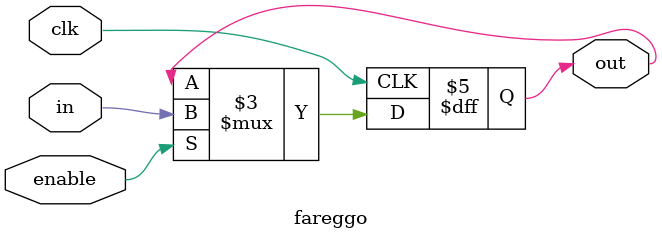
<source format=v>
`timescale 1ns / 1ps

module fareggo(
input in,
input enable,
input clk,
output reg out
    );
always@(posedge clk)
begin
if(enable)
    begin
    out=in;
    end
else
    begin
    out=out;
    end
end
endmodule

</source>
